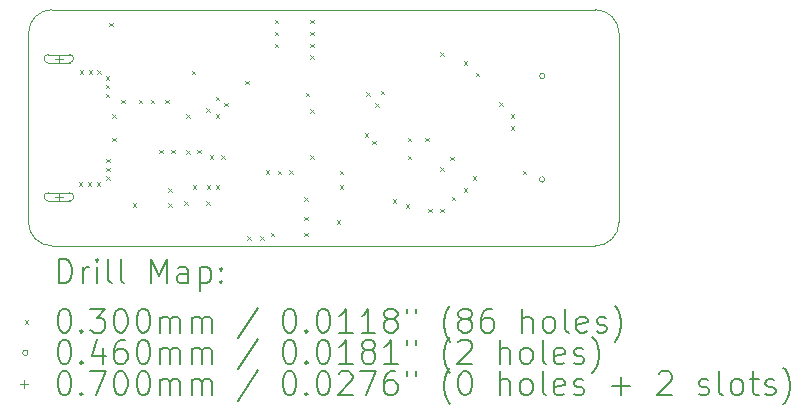
<source format=gbr>
%TF.GenerationSoftware,KiCad,Pcbnew,9.0.0*%
%TF.CreationDate,2025-04-06T23:20:58+02:00*%
%TF.ProjectId,RF-to-USB,52462d74-6f2d-4555-9342-2e6b69636164,rev?*%
%TF.SameCoordinates,Original*%
%TF.FileFunction,Drillmap*%
%TF.FilePolarity,Positive*%
%FSLAX45Y45*%
G04 Gerber Fmt 4.5, Leading zero omitted, Abs format (unit mm)*
G04 Created by KiCad (PCBNEW 9.0.0) date 2025-04-06 23:20:58*
%MOMM*%
%LPD*%
G01*
G04 APERTURE LIST*
%ADD10C,0.050000*%
%ADD11C,0.200000*%
%ADD12C,0.100000*%
G04 APERTURE END LIST*
D10*
X7750000Y-3850000D02*
X12350000Y-3850000D01*
X12350000Y-3850000D02*
G75*
G02*
X12550000Y-4050000I0J-200000D01*
G01*
X12550000Y-5650000D02*
G75*
G02*
X12350000Y-5850000I-200000J0D01*
G01*
X12350000Y-5850000D02*
X7750000Y-5850000D01*
X7550000Y-4050000D02*
G75*
G02*
X7750000Y-3850000I200000J0D01*
G01*
X7750000Y-5850000D02*
G75*
G02*
X7550000Y-5650000I0J200000D01*
G01*
X12550000Y-4050000D02*
X12550000Y-5650000D01*
X7550000Y-5650000D02*
X7550000Y-4050000D01*
D11*
D12*
X7977500Y-5312000D02*
X8007500Y-5342000D01*
X8007500Y-5312000D02*
X7977500Y-5342000D01*
X7984000Y-4362000D02*
X8014000Y-4392000D01*
X8014000Y-4362000D02*
X7984000Y-4392000D01*
X8052500Y-5312000D02*
X8082500Y-5342000D01*
X8082500Y-5312000D02*
X8052500Y-5342000D01*
X8059000Y-4362000D02*
X8089000Y-4392000D01*
X8089000Y-4362000D02*
X8059000Y-4392000D01*
X8127500Y-5312000D02*
X8157500Y-5342000D01*
X8157500Y-5312000D02*
X8127500Y-5342000D01*
X8134000Y-4362000D02*
X8164000Y-4392000D01*
X8164000Y-4362000D02*
X8134000Y-4392000D01*
X8202500Y-4412000D02*
X8232500Y-4442000D01*
X8232500Y-4412000D02*
X8202500Y-4442000D01*
X8202500Y-4487000D02*
X8232500Y-4517000D01*
X8232500Y-4487000D02*
X8202500Y-4517000D01*
X8202500Y-4562000D02*
X8232500Y-4592000D01*
X8232500Y-4562000D02*
X8202500Y-4592000D01*
X8209000Y-5112000D02*
X8239000Y-5142000D01*
X8239000Y-5112000D02*
X8209000Y-5142000D01*
X8209000Y-5187000D02*
X8239000Y-5217000D01*
X8239000Y-5187000D02*
X8209000Y-5217000D01*
X8209000Y-5262000D02*
X8239000Y-5292000D01*
X8239000Y-5262000D02*
X8209000Y-5292000D01*
X8234000Y-3962000D02*
X8264000Y-3992000D01*
X8264000Y-3962000D02*
X8234000Y-3992000D01*
X8260000Y-4735000D02*
X8290000Y-4765000D01*
X8290000Y-4735000D02*
X8260000Y-4765000D01*
X8260000Y-4935000D02*
X8290000Y-4965000D01*
X8290000Y-4935000D02*
X8260000Y-4965000D01*
X8334000Y-4612000D02*
X8364000Y-4642000D01*
X8364000Y-4612000D02*
X8334000Y-4642000D01*
X8434000Y-5487000D02*
X8464000Y-5517000D01*
X8464000Y-5487000D02*
X8434000Y-5517000D01*
X8484000Y-4612000D02*
X8514000Y-4642000D01*
X8514000Y-4612000D02*
X8484000Y-4642000D01*
X8584000Y-4612000D02*
X8614000Y-4642000D01*
X8614000Y-4612000D02*
X8584000Y-4642000D01*
X8659000Y-5037000D02*
X8689000Y-5067000D01*
X8689000Y-5037000D02*
X8659000Y-5067000D01*
X8709000Y-4612000D02*
X8739000Y-4642000D01*
X8739000Y-4612000D02*
X8709000Y-4642000D01*
X8734000Y-5362000D02*
X8764000Y-5392000D01*
X8764000Y-5362000D02*
X8734000Y-5392000D01*
X8734000Y-5487000D02*
X8764000Y-5517000D01*
X8764000Y-5487000D02*
X8734000Y-5517000D01*
X8759000Y-5037000D02*
X8789000Y-5067000D01*
X8789000Y-5037000D02*
X8759000Y-5067000D01*
X8868250Y-5471250D02*
X8898250Y-5501250D01*
X8898250Y-5471250D02*
X8868250Y-5501250D01*
X8884000Y-4737000D02*
X8914000Y-4767000D01*
X8914000Y-4737000D02*
X8884000Y-4767000D01*
X8884000Y-5038210D02*
X8914000Y-5068210D01*
X8914000Y-5038210D02*
X8884000Y-5068210D01*
X8934000Y-4367000D02*
X8964000Y-4397000D01*
X8964000Y-4367000D02*
X8934000Y-4397000D01*
X8940000Y-5337000D02*
X8970000Y-5367000D01*
X8970000Y-5337000D02*
X8940000Y-5367000D01*
X8980000Y-5037000D02*
X9010000Y-5067000D01*
X9010000Y-5037000D02*
X8980000Y-5067000D01*
X9054000Y-5471250D02*
X9084000Y-5501250D01*
X9084000Y-5471250D02*
X9054000Y-5501250D01*
X9055668Y-4683668D02*
X9085668Y-4713668D01*
X9085668Y-4683668D02*
X9055668Y-4713668D01*
X9059000Y-5337000D02*
X9089000Y-5367000D01*
X9089000Y-5337000D02*
X9059000Y-5367000D01*
X9084000Y-5081100D02*
X9114000Y-5111100D01*
X9114000Y-5081100D02*
X9084000Y-5111100D01*
X9134000Y-4587000D02*
X9164000Y-4617000D01*
X9164000Y-4587000D02*
X9134000Y-4617000D01*
X9134000Y-4737000D02*
X9164000Y-4767000D01*
X9164000Y-4737000D02*
X9134000Y-4767000D01*
X9134000Y-5337000D02*
X9164000Y-5367000D01*
X9164000Y-5337000D02*
X9134000Y-5367000D01*
X9184000Y-5081100D02*
X9214000Y-5111100D01*
X9214000Y-5081100D02*
X9184000Y-5111100D01*
X9209000Y-4637000D02*
X9239000Y-4667000D01*
X9239000Y-4637000D02*
X9209000Y-4667000D01*
X9384000Y-4453059D02*
X9414000Y-4483059D01*
X9414000Y-4453059D02*
X9384000Y-4483059D01*
X9404000Y-5770000D02*
X9434000Y-5800000D01*
X9434000Y-5770000D02*
X9404000Y-5800000D01*
X9514000Y-5767000D02*
X9544000Y-5797000D01*
X9544000Y-5767000D02*
X9514000Y-5797000D01*
X9560000Y-5210000D02*
X9590000Y-5240000D01*
X9590000Y-5210000D02*
X9560000Y-5240000D01*
X9602500Y-5737000D02*
X9632500Y-5767000D01*
X9632500Y-5737000D02*
X9602500Y-5767000D01*
X9634000Y-3937000D02*
X9664000Y-3967000D01*
X9664000Y-3937000D02*
X9634000Y-3967000D01*
X9634000Y-4037000D02*
X9664000Y-4067000D01*
X9664000Y-4037000D02*
X9634000Y-4067000D01*
X9634000Y-4137000D02*
X9664000Y-4167000D01*
X9664000Y-4137000D02*
X9634000Y-4167000D01*
X9659000Y-5212000D02*
X9689000Y-5242000D01*
X9689000Y-5212000D02*
X9659000Y-5242000D01*
X9760000Y-5210000D02*
X9790000Y-5240000D01*
X9790000Y-5210000D02*
X9760000Y-5240000D01*
X9884000Y-5437000D02*
X9914000Y-5467000D01*
X9914000Y-5437000D02*
X9884000Y-5467000D01*
X9884000Y-5604000D02*
X9914000Y-5634000D01*
X9914000Y-5604000D02*
X9884000Y-5634000D01*
X9884000Y-5737000D02*
X9914000Y-5767000D01*
X9914000Y-5737000D02*
X9884000Y-5767000D01*
X9898756Y-4553219D02*
X9928756Y-4583219D01*
X9928756Y-4553219D02*
X9898756Y-4583219D01*
X9934000Y-3937000D02*
X9964000Y-3967000D01*
X9964000Y-3937000D02*
X9934000Y-3967000D01*
X9934000Y-4037000D02*
X9964000Y-4067000D01*
X9964000Y-4037000D02*
X9934000Y-4067000D01*
X9934000Y-4237000D02*
X9964000Y-4267000D01*
X9964000Y-4237000D02*
X9934000Y-4267000D01*
X9934000Y-4691000D02*
X9964000Y-4721000D01*
X9964000Y-4691000D02*
X9934000Y-4721000D01*
X9936419Y-4137000D02*
X9966419Y-4167000D01*
X9966419Y-4137000D02*
X9936419Y-4167000D01*
X9937130Y-5084711D02*
X9967130Y-5114711D01*
X9967130Y-5084711D02*
X9937130Y-5114711D01*
X10159000Y-5635000D02*
X10189000Y-5665000D01*
X10189000Y-5635000D02*
X10159000Y-5665000D01*
X10184000Y-5212000D02*
X10214000Y-5242000D01*
X10214000Y-5212000D02*
X10184000Y-5242000D01*
X10184000Y-5337000D02*
X10214000Y-5367000D01*
X10214000Y-5337000D02*
X10184000Y-5367000D01*
X10396290Y-4896431D02*
X10426290Y-4926431D01*
X10426290Y-4896431D02*
X10396290Y-4926431D01*
X10409000Y-4547000D02*
X10439000Y-4577000D01*
X10439000Y-4547000D02*
X10409000Y-4577000D01*
X10460000Y-4960000D02*
X10490000Y-4990000D01*
X10490000Y-4960000D02*
X10460000Y-4990000D01*
X10485263Y-4641000D02*
X10515263Y-4671000D01*
X10515263Y-4641000D02*
X10485263Y-4671000D01*
X10534000Y-4537000D02*
X10564000Y-4567000D01*
X10564000Y-4537000D02*
X10534000Y-4567000D01*
X10634000Y-5457000D02*
X10664000Y-5487000D01*
X10664000Y-5457000D02*
X10634000Y-5487000D01*
X10744000Y-5497000D02*
X10774000Y-5527000D01*
X10774000Y-5497000D02*
X10744000Y-5527000D01*
X10760000Y-4935000D02*
X10790000Y-4965000D01*
X10790000Y-4935000D02*
X10760000Y-4965000D01*
X10760000Y-5085000D02*
X10790000Y-5115000D01*
X10790000Y-5085000D02*
X10760000Y-5115000D01*
X10910000Y-4935000D02*
X10940000Y-4965000D01*
X10940000Y-4935000D02*
X10910000Y-4965000D01*
X10933000Y-5535000D02*
X10963000Y-5565000D01*
X10963000Y-5535000D02*
X10933000Y-5565000D01*
X11035000Y-4210000D02*
X11065000Y-4240000D01*
X11065000Y-4210000D02*
X11035000Y-4240000D01*
X11035000Y-5185000D02*
X11065000Y-5215000D01*
X11065000Y-5185000D02*
X11035000Y-5215000D01*
X11035000Y-5535000D02*
X11065000Y-5565000D01*
X11065000Y-5535000D02*
X11035000Y-5565000D01*
X11120112Y-5095241D02*
X11150112Y-5125241D01*
X11150112Y-5095241D02*
X11120112Y-5125241D01*
X11135000Y-5435000D02*
X11165000Y-5465000D01*
X11165000Y-5435000D02*
X11135000Y-5465000D01*
X11235000Y-4285000D02*
X11265000Y-4315000D01*
X11265000Y-4285000D02*
X11235000Y-4315000D01*
X11235000Y-5360000D02*
X11265000Y-5390000D01*
X11265000Y-5360000D02*
X11235000Y-5390000D01*
X11310000Y-5260000D02*
X11340000Y-5290000D01*
X11340000Y-5260000D02*
X11310000Y-5290000D01*
X11335000Y-4385000D02*
X11365000Y-4415000D01*
X11365000Y-4385000D02*
X11335000Y-4415000D01*
X11535000Y-4635000D02*
X11565000Y-4665000D01*
X11565000Y-4635000D02*
X11535000Y-4665000D01*
X11635000Y-4735000D02*
X11665000Y-4765000D01*
X11665000Y-4735000D02*
X11635000Y-4765000D01*
X11635000Y-4835000D02*
X11665000Y-4865000D01*
X11665000Y-4835000D02*
X11635000Y-4865000D01*
X11734000Y-5212000D02*
X11764000Y-5242000D01*
X11764000Y-5212000D02*
X11734000Y-5242000D01*
X11922000Y-4412000D02*
G75*
G02*
X11876000Y-4412000I-23000J0D01*
G01*
X11876000Y-4412000D02*
G75*
G02*
X11922000Y-4412000I23000J0D01*
G01*
X11922000Y-5288000D02*
G75*
G02*
X11876000Y-5288000I-23000J0D01*
G01*
X11876000Y-5288000D02*
G75*
G02*
X11922000Y-5288000I23000J0D01*
G01*
X7807500Y-4230000D02*
X7807500Y-4300000D01*
X7772500Y-4265000D02*
X7842500Y-4265000D01*
X7897500Y-4230000D02*
X7717500Y-4230000D01*
X7717500Y-4300000D02*
G75*
G02*
X7717500Y-4230000I0J35000D01*
G01*
X7717500Y-4300000D02*
X7897500Y-4300000D01*
X7897500Y-4300000D02*
G75*
G03*
X7897500Y-4230000I0J35000D01*
G01*
X7807500Y-5400000D02*
X7807500Y-5470000D01*
X7772500Y-5435000D02*
X7842500Y-5435000D01*
X7897500Y-5400000D02*
X7717500Y-5400000D01*
X7717500Y-5470000D02*
G75*
G02*
X7717500Y-5400000I0J35000D01*
G01*
X7717500Y-5470000D02*
X7897500Y-5470000D01*
X7897500Y-5470000D02*
G75*
G03*
X7897500Y-5400000I0J35000D01*
G01*
D11*
X7808277Y-6163984D02*
X7808277Y-5963984D01*
X7808277Y-5963984D02*
X7855896Y-5963984D01*
X7855896Y-5963984D02*
X7884467Y-5973508D01*
X7884467Y-5973508D02*
X7903515Y-5992555D01*
X7903515Y-5992555D02*
X7913039Y-6011603D01*
X7913039Y-6011603D02*
X7922562Y-6049698D01*
X7922562Y-6049698D02*
X7922562Y-6078269D01*
X7922562Y-6078269D02*
X7913039Y-6116365D01*
X7913039Y-6116365D02*
X7903515Y-6135412D01*
X7903515Y-6135412D02*
X7884467Y-6154460D01*
X7884467Y-6154460D02*
X7855896Y-6163984D01*
X7855896Y-6163984D02*
X7808277Y-6163984D01*
X8008277Y-6163984D02*
X8008277Y-6030650D01*
X8008277Y-6068746D02*
X8017801Y-6049698D01*
X8017801Y-6049698D02*
X8027324Y-6040174D01*
X8027324Y-6040174D02*
X8046372Y-6030650D01*
X8046372Y-6030650D02*
X8065420Y-6030650D01*
X8132086Y-6163984D02*
X8132086Y-6030650D01*
X8132086Y-5963984D02*
X8122562Y-5973508D01*
X8122562Y-5973508D02*
X8132086Y-5983031D01*
X8132086Y-5983031D02*
X8141610Y-5973508D01*
X8141610Y-5973508D02*
X8132086Y-5963984D01*
X8132086Y-5963984D02*
X8132086Y-5983031D01*
X8255896Y-6163984D02*
X8236848Y-6154460D01*
X8236848Y-6154460D02*
X8227324Y-6135412D01*
X8227324Y-6135412D02*
X8227324Y-5963984D01*
X8360658Y-6163984D02*
X8341610Y-6154460D01*
X8341610Y-6154460D02*
X8332086Y-6135412D01*
X8332086Y-6135412D02*
X8332086Y-5963984D01*
X8589229Y-6163984D02*
X8589229Y-5963984D01*
X8589229Y-5963984D02*
X8655896Y-6106841D01*
X8655896Y-6106841D02*
X8722563Y-5963984D01*
X8722563Y-5963984D02*
X8722563Y-6163984D01*
X8903515Y-6163984D02*
X8903515Y-6059222D01*
X8903515Y-6059222D02*
X8893991Y-6040174D01*
X8893991Y-6040174D02*
X8874944Y-6030650D01*
X8874944Y-6030650D02*
X8836848Y-6030650D01*
X8836848Y-6030650D02*
X8817801Y-6040174D01*
X8903515Y-6154460D02*
X8884467Y-6163984D01*
X8884467Y-6163984D02*
X8836848Y-6163984D01*
X8836848Y-6163984D02*
X8817801Y-6154460D01*
X8817801Y-6154460D02*
X8808277Y-6135412D01*
X8808277Y-6135412D02*
X8808277Y-6116365D01*
X8808277Y-6116365D02*
X8817801Y-6097317D01*
X8817801Y-6097317D02*
X8836848Y-6087793D01*
X8836848Y-6087793D02*
X8884467Y-6087793D01*
X8884467Y-6087793D02*
X8903515Y-6078269D01*
X8998753Y-6030650D02*
X8998753Y-6230650D01*
X8998753Y-6040174D02*
X9017801Y-6030650D01*
X9017801Y-6030650D02*
X9055896Y-6030650D01*
X9055896Y-6030650D02*
X9074944Y-6040174D01*
X9074944Y-6040174D02*
X9084467Y-6049698D01*
X9084467Y-6049698D02*
X9093991Y-6068746D01*
X9093991Y-6068746D02*
X9093991Y-6125888D01*
X9093991Y-6125888D02*
X9084467Y-6144936D01*
X9084467Y-6144936D02*
X9074944Y-6154460D01*
X9074944Y-6154460D02*
X9055896Y-6163984D01*
X9055896Y-6163984D02*
X9017801Y-6163984D01*
X9017801Y-6163984D02*
X8998753Y-6154460D01*
X9179705Y-6144936D02*
X9189229Y-6154460D01*
X9189229Y-6154460D02*
X9179705Y-6163984D01*
X9179705Y-6163984D02*
X9170182Y-6154460D01*
X9170182Y-6154460D02*
X9179705Y-6144936D01*
X9179705Y-6144936D02*
X9179705Y-6163984D01*
X9179705Y-6040174D02*
X9189229Y-6049698D01*
X9189229Y-6049698D02*
X9179705Y-6059222D01*
X9179705Y-6059222D02*
X9170182Y-6049698D01*
X9170182Y-6049698D02*
X9179705Y-6040174D01*
X9179705Y-6040174D02*
X9179705Y-6059222D01*
D12*
X7517500Y-6477500D02*
X7547500Y-6507500D01*
X7547500Y-6477500D02*
X7517500Y-6507500D01*
D11*
X7846372Y-6383984D02*
X7865420Y-6383984D01*
X7865420Y-6383984D02*
X7884467Y-6393508D01*
X7884467Y-6393508D02*
X7893991Y-6403031D01*
X7893991Y-6403031D02*
X7903515Y-6422079D01*
X7903515Y-6422079D02*
X7913039Y-6460174D01*
X7913039Y-6460174D02*
X7913039Y-6507793D01*
X7913039Y-6507793D02*
X7903515Y-6545888D01*
X7903515Y-6545888D02*
X7893991Y-6564936D01*
X7893991Y-6564936D02*
X7884467Y-6574460D01*
X7884467Y-6574460D02*
X7865420Y-6583984D01*
X7865420Y-6583984D02*
X7846372Y-6583984D01*
X7846372Y-6583984D02*
X7827324Y-6574460D01*
X7827324Y-6574460D02*
X7817801Y-6564936D01*
X7817801Y-6564936D02*
X7808277Y-6545888D01*
X7808277Y-6545888D02*
X7798753Y-6507793D01*
X7798753Y-6507793D02*
X7798753Y-6460174D01*
X7798753Y-6460174D02*
X7808277Y-6422079D01*
X7808277Y-6422079D02*
X7817801Y-6403031D01*
X7817801Y-6403031D02*
X7827324Y-6393508D01*
X7827324Y-6393508D02*
X7846372Y-6383984D01*
X7998753Y-6564936D02*
X8008277Y-6574460D01*
X8008277Y-6574460D02*
X7998753Y-6583984D01*
X7998753Y-6583984D02*
X7989229Y-6574460D01*
X7989229Y-6574460D02*
X7998753Y-6564936D01*
X7998753Y-6564936D02*
X7998753Y-6583984D01*
X8074943Y-6383984D02*
X8198753Y-6383984D01*
X8198753Y-6383984D02*
X8132086Y-6460174D01*
X8132086Y-6460174D02*
X8160658Y-6460174D01*
X8160658Y-6460174D02*
X8179705Y-6469698D01*
X8179705Y-6469698D02*
X8189229Y-6479222D01*
X8189229Y-6479222D02*
X8198753Y-6498269D01*
X8198753Y-6498269D02*
X8198753Y-6545888D01*
X8198753Y-6545888D02*
X8189229Y-6564936D01*
X8189229Y-6564936D02*
X8179705Y-6574460D01*
X8179705Y-6574460D02*
X8160658Y-6583984D01*
X8160658Y-6583984D02*
X8103515Y-6583984D01*
X8103515Y-6583984D02*
X8084467Y-6574460D01*
X8084467Y-6574460D02*
X8074943Y-6564936D01*
X8322562Y-6383984D02*
X8341610Y-6383984D01*
X8341610Y-6383984D02*
X8360658Y-6393508D01*
X8360658Y-6393508D02*
X8370182Y-6403031D01*
X8370182Y-6403031D02*
X8379705Y-6422079D01*
X8379705Y-6422079D02*
X8389229Y-6460174D01*
X8389229Y-6460174D02*
X8389229Y-6507793D01*
X8389229Y-6507793D02*
X8379705Y-6545888D01*
X8379705Y-6545888D02*
X8370182Y-6564936D01*
X8370182Y-6564936D02*
X8360658Y-6574460D01*
X8360658Y-6574460D02*
X8341610Y-6583984D01*
X8341610Y-6583984D02*
X8322562Y-6583984D01*
X8322562Y-6583984D02*
X8303515Y-6574460D01*
X8303515Y-6574460D02*
X8293991Y-6564936D01*
X8293991Y-6564936D02*
X8284467Y-6545888D01*
X8284467Y-6545888D02*
X8274943Y-6507793D01*
X8274943Y-6507793D02*
X8274943Y-6460174D01*
X8274943Y-6460174D02*
X8284467Y-6422079D01*
X8284467Y-6422079D02*
X8293991Y-6403031D01*
X8293991Y-6403031D02*
X8303515Y-6393508D01*
X8303515Y-6393508D02*
X8322562Y-6383984D01*
X8513039Y-6383984D02*
X8532086Y-6383984D01*
X8532086Y-6383984D02*
X8551134Y-6393508D01*
X8551134Y-6393508D02*
X8560658Y-6403031D01*
X8560658Y-6403031D02*
X8570182Y-6422079D01*
X8570182Y-6422079D02*
X8579705Y-6460174D01*
X8579705Y-6460174D02*
X8579705Y-6507793D01*
X8579705Y-6507793D02*
X8570182Y-6545888D01*
X8570182Y-6545888D02*
X8560658Y-6564936D01*
X8560658Y-6564936D02*
X8551134Y-6574460D01*
X8551134Y-6574460D02*
X8532086Y-6583984D01*
X8532086Y-6583984D02*
X8513039Y-6583984D01*
X8513039Y-6583984D02*
X8493991Y-6574460D01*
X8493991Y-6574460D02*
X8484467Y-6564936D01*
X8484467Y-6564936D02*
X8474944Y-6545888D01*
X8474944Y-6545888D02*
X8465420Y-6507793D01*
X8465420Y-6507793D02*
X8465420Y-6460174D01*
X8465420Y-6460174D02*
X8474944Y-6422079D01*
X8474944Y-6422079D02*
X8484467Y-6403031D01*
X8484467Y-6403031D02*
X8493991Y-6393508D01*
X8493991Y-6393508D02*
X8513039Y-6383984D01*
X8665420Y-6583984D02*
X8665420Y-6450650D01*
X8665420Y-6469698D02*
X8674944Y-6460174D01*
X8674944Y-6460174D02*
X8693991Y-6450650D01*
X8693991Y-6450650D02*
X8722563Y-6450650D01*
X8722563Y-6450650D02*
X8741610Y-6460174D01*
X8741610Y-6460174D02*
X8751134Y-6479222D01*
X8751134Y-6479222D02*
X8751134Y-6583984D01*
X8751134Y-6479222D02*
X8760658Y-6460174D01*
X8760658Y-6460174D02*
X8779705Y-6450650D01*
X8779705Y-6450650D02*
X8808277Y-6450650D01*
X8808277Y-6450650D02*
X8827325Y-6460174D01*
X8827325Y-6460174D02*
X8836848Y-6479222D01*
X8836848Y-6479222D02*
X8836848Y-6583984D01*
X8932086Y-6583984D02*
X8932086Y-6450650D01*
X8932086Y-6469698D02*
X8941610Y-6460174D01*
X8941610Y-6460174D02*
X8960658Y-6450650D01*
X8960658Y-6450650D02*
X8989229Y-6450650D01*
X8989229Y-6450650D02*
X9008277Y-6460174D01*
X9008277Y-6460174D02*
X9017801Y-6479222D01*
X9017801Y-6479222D02*
X9017801Y-6583984D01*
X9017801Y-6479222D02*
X9027325Y-6460174D01*
X9027325Y-6460174D02*
X9046372Y-6450650D01*
X9046372Y-6450650D02*
X9074944Y-6450650D01*
X9074944Y-6450650D02*
X9093991Y-6460174D01*
X9093991Y-6460174D02*
X9103515Y-6479222D01*
X9103515Y-6479222D02*
X9103515Y-6583984D01*
X9493991Y-6374460D02*
X9322563Y-6631603D01*
X9751134Y-6383984D02*
X9770182Y-6383984D01*
X9770182Y-6383984D02*
X9789229Y-6393508D01*
X9789229Y-6393508D02*
X9798753Y-6403031D01*
X9798753Y-6403031D02*
X9808277Y-6422079D01*
X9808277Y-6422079D02*
X9817801Y-6460174D01*
X9817801Y-6460174D02*
X9817801Y-6507793D01*
X9817801Y-6507793D02*
X9808277Y-6545888D01*
X9808277Y-6545888D02*
X9798753Y-6564936D01*
X9798753Y-6564936D02*
X9789229Y-6574460D01*
X9789229Y-6574460D02*
X9770182Y-6583984D01*
X9770182Y-6583984D02*
X9751134Y-6583984D01*
X9751134Y-6583984D02*
X9732087Y-6574460D01*
X9732087Y-6574460D02*
X9722563Y-6564936D01*
X9722563Y-6564936D02*
X9713039Y-6545888D01*
X9713039Y-6545888D02*
X9703515Y-6507793D01*
X9703515Y-6507793D02*
X9703515Y-6460174D01*
X9703515Y-6460174D02*
X9713039Y-6422079D01*
X9713039Y-6422079D02*
X9722563Y-6403031D01*
X9722563Y-6403031D02*
X9732087Y-6393508D01*
X9732087Y-6393508D02*
X9751134Y-6383984D01*
X9903515Y-6564936D02*
X9913039Y-6574460D01*
X9913039Y-6574460D02*
X9903515Y-6583984D01*
X9903515Y-6583984D02*
X9893991Y-6574460D01*
X9893991Y-6574460D02*
X9903515Y-6564936D01*
X9903515Y-6564936D02*
X9903515Y-6583984D01*
X10036848Y-6383984D02*
X10055896Y-6383984D01*
X10055896Y-6383984D02*
X10074944Y-6393508D01*
X10074944Y-6393508D02*
X10084468Y-6403031D01*
X10084468Y-6403031D02*
X10093991Y-6422079D01*
X10093991Y-6422079D02*
X10103515Y-6460174D01*
X10103515Y-6460174D02*
X10103515Y-6507793D01*
X10103515Y-6507793D02*
X10093991Y-6545888D01*
X10093991Y-6545888D02*
X10084468Y-6564936D01*
X10084468Y-6564936D02*
X10074944Y-6574460D01*
X10074944Y-6574460D02*
X10055896Y-6583984D01*
X10055896Y-6583984D02*
X10036848Y-6583984D01*
X10036848Y-6583984D02*
X10017801Y-6574460D01*
X10017801Y-6574460D02*
X10008277Y-6564936D01*
X10008277Y-6564936D02*
X9998753Y-6545888D01*
X9998753Y-6545888D02*
X9989229Y-6507793D01*
X9989229Y-6507793D02*
X9989229Y-6460174D01*
X9989229Y-6460174D02*
X9998753Y-6422079D01*
X9998753Y-6422079D02*
X10008277Y-6403031D01*
X10008277Y-6403031D02*
X10017801Y-6393508D01*
X10017801Y-6393508D02*
X10036848Y-6383984D01*
X10293991Y-6583984D02*
X10179706Y-6583984D01*
X10236848Y-6583984D02*
X10236848Y-6383984D01*
X10236848Y-6383984D02*
X10217801Y-6412555D01*
X10217801Y-6412555D02*
X10198753Y-6431603D01*
X10198753Y-6431603D02*
X10179706Y-6441127D01*
X10484468Y-6583984D02*
X10370182Y-6583984D01*
X10427325Y-6583984D02*
X10427325Y-6383984D01*
X10427325Y-6383984D02*
X10408277Y-6412555D01*
X10408277Y-6412555D02*
X10389229Y-6431603D01*
X10389229Y-6431603D02*
X10370182Y-6441127D01*
X10598753Y-6469698D02*
X10579706Y-6460174D01*
X10579706Y-6460174D02*
X10570182Y-6450650D01*
X10570182Y-6450650D02*
X10560658Y-6431603D01*
X10560658Y-6431603D02*
X10560658Y-6422079D01*
X10560658Y-6422079D02*
X10570182Y-6403031D01*
X10570182Y-6403031D02*
X10579706Y-6393508D01*
X10579706Y-6393508D02*
X10598753Y-6383984D01*
X10598753Y-6383984D02*
X10636849Y-6383984D01*
X10636849Y-6383984D02*
X10655896Y-6393508D01*
X10655896Y-6393508D02*
X10665420Y-6403031D01*
X10665420Y-6403031D02*
X10674944Y-6422079D01*
X10674944Y-6422079D02*
X10674944Y-6431603D01*
X10674944Y-6431603D02*
X10665420Y-6450650D01*
X10665420Y-6450650D02*
X10655896Y-6460174D01*
X10655896Y-6460174D02*
X10636849Y-6469698D01*
X10636849Y-6469698D02*
X10598753Y-6469698D01*
X10598753Y-6469698D02*
X10579706Y-6479222D01*
X10579706Y-6479222D02*
X10570182Y-6488746D01*
X10570182Y-6488746D02*
X10560658Y-6507793D01*
X10560658Y-6507793D02*
X10560658Y-6545888D01*
X10560658Y-6545888D02*
X10570182Y-6564936D01*
X10570182Y-6564936D02*
X10579706Y-6574460D01*
X10579706Y-6574460D02*
X10598753Y-6583984D01*
X10598753Y-6583984D02*
X10636849Y-6583984D01*
X10636849Y-6583984D02*
X10655896Y-6574460D01*
X10655896Y-6574460D02*
X10665420Y-6564936D01*
X10665420Y-6564936D02*
X10674944Y-6545888D01*
X10674944Y-6545888D02*
X10674944Y-6507793D01*
X10674944Y-6507793D02*
X10665420Y-6488746D01*
X10665420Y-6488746D02*
X10655896Y-6479222D01*
X10655896Y-6479222D02*
X10636849Y-6469698D01*
X10751134Y-6383984D02*
X10751134Y-6422079D01*
X10827325Y-6383984D02*
X10827325Y-6422079D01*
X11122563Y-6660174D02*
X11113039Y-6650650D01*
X11113039Y-6650650D02*
X11093991Y-6622079D01*
X11093991Y-6622079D02*
X11084468Y-6603031D01*
X11084468Y-6603031D02*
X11074944Y-6574460D01*
X11074944Y-6574460D02*
X11065420Y-6526841D01*
X11065420Y-6526841D02*
X11065420Y-6488746D01*
X11065420Y-6488746D02*
X11074944Y-6441127D01*
X11074944Y-6441127D02*
X11084468Y-6412555D01*
X11084468Y-6412555D02*
X11093991Y-6393508D01*
X11093991Y-6393508D02*
X11113039Y-6364936D01*
X11113039Y-6364936D02*
X11122563Y-6355412D01*
X11227325Y-6469698D02*
X11208277Y-6460174D01*
X11208277Y-6460174D02*
X11198753Y-6450650D01*
X11198753Y-6450650D02*
X11189229Y-6431603D01*
X11189229Y-6431603D02*
X11189229Y-6422079D01*
X11189229Y-6422079D02*
X11198753Y-6403031D01*
X11198753Y-6403031D02*
X11208277Y-6393508D01*
X11208277Y-6393508D02*
X11227325Y-6383984D01*
X11227325Y-6383984D02*
X11265420Y-6383984D01*
X11265420Y-6383984D02*
X11284468Y-6393508D01*
X11284468Y-6393508D02*
X11293991Y-6403031D01*
X11293991Y-6403031D02*
X11303515Y-6422079D01*
X11303515Y-6422079D02*
X11303515Y-6431603D01*
X11303515Y-6431603D02*
X11293991Y-6450650D01*
X11293991Y-6450650D02*
X11284468Y-6460174D01*
X11284468Y-6460174D02*
X11265420Y-6469698D01*
X11265420Y-6469698D02*
X11227325Y-6469698D01*
X11227325Y-6469698D02*
X11208277Y-6479222D01*
X11208277Y-6479222D02*
X11198753Y-6488746D01*
X11198753Y-6488746D02*
X11189229Y-6507793D01*
X11189229Y-6507793D02*
X11189229Y-6545888D01*
X11189229Y-6545888D02*
X11198753Y-6564936D01*
X11198753Y-6564936D02*
X11208277Y-6574460D01*
X11208277Y-6574460D02*
X11227325Y-6583984D01*
X11227325Y-6583984D02*
X11265420Y-6583984D01*
X11265420Y-6583984D02*
X11284468Y-6574460D01*
X11284468Y-6574460D02*
X11293991Y-6564936D01*
X11293991Y-6564936D02*
X11303515Y-6545888D01*
X11303515Y-6545888D02*
X11303515Y-6507793D01*
X11303515Y-6507793D02*
X11293991Y-6488746D01*
X11293991Y-6488746D02*
X11284468Y-6479222D01*
X11284468Y-6479222D02*
X11265420Y-6469698D01*
X11474944Y-6383984D02*
X11436848Y-6383984D01*
X11436848Y-6383984D02*
X11417801Y-6393508D01*
X11417801Y-6393508D02*
X11408277Y-6403031D01*
X11408277Y-6403031D02*
X11389229Y-6431603D01*
X11389229Y-6431603D02*
X11379706Y-6469698D01*
X11379706Y-6469698D02*
X11379706Y-6545888D01*
X11379706Y-6545888D02*
X11389229Y-6564936D01*
X11389229Y-6564936D02*
X11398753Y-6574460D01*
X11398753Y-6574460D02*
X11417801Y-6583984D01*
X11417801Y-6583984D02*
X11455896Y-6583984D01*
X11455896Y-6583984D02*
X11474944Y-6574460D01*
X11474944Y-6574460D02*
X11484468Y-6564936D01*
X11484468Y-6564936D02*
X11493991Y-6545888D01*
X11493991Y-6545888D02*
X11493991Y-6498269D01*
X11493991Y-6498269D02*
X11484468Y-6479222D01*
X11484468Y-6479222D02*
X11474944Y-6469698D01*
X11474944Y-6469698D02*
X11455896Y-6460174D01*
X11455896Y-6460174D02*
X11417801Y-6460174D01*
X11417801Y-6460174D02*
X11398753Y-6469698D01*
X11398753Y-6469698D02*
X11389229Y-6479222D01*
X11389229Y-6479222D02*
X11379706Y-6498269D01*
X11732087Y-6583984D02*
X11732087Y-6383984D01*
X11817801Y-6583984D02*
X11817801Y-6479222D01*
X11817801Y-6479222D02*
X11808277Y-6460174D01*
X11808277Y-6460174D02*
X11789230Y-6450650D01*
X11789230Y-6450650D02*
X11760658Y-6450650D01*
X11760658Y-6450650D02*
X11741610Y-6460174D01*
X11741610Y-6460174D02*
X11732087Y-6469698D01*
X11941610Y-6583984D02*
X11922563Y-6574460D01*
X11922563Y-6574460D02*
X11913039Y-6564936D01*
X11913039Y-6564936D02*
X11903515Y-6545888D01*
X11903515Y-6545888D02*
X11903515Y-6488746D01*
X11903515Y-6488746D02*
X11913039Y-6469698D01*
X11913039Y-6469698D02*
X11922563Y-6460174D01*
X11922563Y-6460174D02*
X11941610Y-6450650D01*
X11941610Y-6450650D02*
X11970182Y-6450650D01*
X11970182Y-6450650D02*
X11989230Y-6460174D01*
X11989230Y-6460174D02*
X11998753Y-6469698D01*
X11998753Y-6469698D02*
X12008277Y-6488746D01*
X12008277Y-6488746D02*
X12008277Y-6545888D01*
X12008277Y-6545888D02*
X11998753Y-6564936D01*
X11998753Y-6564936D02*
X11989230Y-6574460D01*
X11989230Y-6574460D02*
X11970182Y-6583984D01*
X11970182Y-6583984D02*
X11941610Y-6583984D01*
X12122563Y-6583984D02*
X12103515Y-6574460D01*
X12103515Y-6574460D02*
X12093991Y-6555412D01*
X12093991Y-6555412D02*
X12093991Y-6383984D01*
X12274944Y-6574460D02*
X12255896Y-6583984D01*
X12255896Y-6583984D02*
X12217801Y-6583984D01*
X12217801Y-6583984D02*
X12198753Y-6574460D01*
X12198753Y-6574460D02*
X12189230Y-6555412D01*
X12189230Y-6555412D02*
X12189230Y-6479222D01*
X12189230Y-6479222D02*
X12198753Y-6460174D01*
X12198753Y-6460174D02*
X12217801Y-6450650D01*
X12217801Y-6450650D02*
X12255896Y-6450650D01*
X12255896Y-6450650D02*
X12274944Y-6460174D01*
X12274944Y-6460174D02*
X12284468Y-6479222D01*
X12284468Y-6479222D02*
X12284468Y-6498269D01*
X12284468Y-6498269D02*
X12189230Y-6517317D01*
X12360658Y-6574460D02*
X12379706Y-6583984D01*
X12379706Y-6583984D02*
X12417801Y-6583984D01*
X12417801Y-6583984D02*
X12436849Y-6574460D01*
X12436849Y-6574460D02*
X12446372Y-6555412D01*
X12446372Y-6555412D02*
X12446372Y-6545888D01*
X12446372Y-6545888D02*
X12436849Y-6526841D01*
X12436849Y-6526841D02*
X12417801Y-6517317D01*
X12417801Y-6517317D02*
X12389230Y-6517317D01*
X12389230Y-6517317D02*
X12370182Y-6507793D01*
X12370182Y-6507793D02*
X12360658Y-6488746D01*
X12360658Y-6488746D02*
X12360658Y-6479222D01*
X12360658Y-6479222D02*
X12370182Y-6460174D01*
X12370182Y-6460174D02*
X12389230Y-6450650D01*
X12389230Y-6450650D02*
X12417801Y-6450650D01*
X12417801Y-6450650D02*
X12436849Y-6460174D01*
X12513039Y-6660174D02*
X12522563Y-6650650D01*
X12522563Y-6650650D02*
X12541611Y-6622079D01*
X12541611Y-6622079D02*
X12551134Y-6603031D01*
X12551134Y-6603031D02*
X12560658Y-6574460D01*
X12560658Y-6574460D02*
X12570182Y-6526841D01*
X12570182Y-6526841D02*
X12570182Y-6488746D01*
X12570182Y-6488746D02*
X12560658Y-6441127D01*
X12560658Y-6441127D02*
X12551134Y-6412555D01*
X12551134Y-6412555D02*
X12541611Y-6393508D01*
X12541611Y-6393508D02*
X12522563Y-6364936D01*
X12522563Y-6364936D02*
X12513039Y-6355412D01*
D12*
X7547500Y-6756500D02*
G75*
G02*
X7501500Y-6756500I-23000J0D01*
G01*
X7501500Y-6756500D02*
G75*
G02*
X7547500Y-6756500I23000J0D01*
G01*
D11*
X7846372Y-6647984D02*
X7865420Y-6647984D01*
X7865420Y-6647984D02*
X7884467Y-6657508D01*
X7884467Y-6657508D02*
X7893991Y-6667031D01*
X7893991Y-6667031D02*
X7903515Y-6686079D01*
X7903515Y-6686079D02*
X7913039Y-6724174D01*
X7913039Y-6724174D02*
X7913039Y-6771793D01*
X7913039Y-6771793D02*
X7903515Y-6809888D01*
X7903515Y-6809888D02*
X7893991Y-6828936D01*
X7893991Y-6828936D02*
X7884467Y-6838460D01*
X7884467Y-6838460D02*
X7865420Y-6847984D01*
X7865420Y-6847984D02*
X7846372Y-6847984D01*
X7846372Y-6847984D02*
X7827324Y-6838460D01*
X7827324Y-6838460D02*
X7817801Y-6828936D01*
X7817801Y-6828936D02*
X7808277Y-6809888D01*
X7808277Y-6809888D02*
X7798753Y-6771793D01*
X7798753Y-6771793D02*
X7798753Y-6724174D01*
X7798753Y-6724174D02*
X7808277Y-6686079D01*
X7808277Y-6686079D02*
X7817801Y-6667031D01*
X7817801Y-6667031D02*
X7827324Y-6657508D01*
X7827324Y-6657508D02*
X7846372Y-6647984D01*
X7998753Y-6828936D02*
X8008277Y-6838460D01*
X8008277Y-6838460D02*
X7998753Y-6847984D01*
X7998753Y-6847984D02*
X7989229Y-6838460D01*
X7989229Y-6838460D02*
X7998753Y-6828936D01*
X7998753Y-6828936D02*
X7998753Y-6847984D01*
X8179705Y-6714650D02*
X8179705Y-6847984D01*
X8132086Y-6638460D02*
X8084467Y-6781317D01*
X8084467Y-6781317D02*
X8208277Y-6781317D01*
X8370182Y-6647984D02*
X8332086Y-6647984D01*
X8332086Y-6647984D02*
X8313039Y-6657508D01*
X8313039Y-6657508D02*
X8303515Y-6667031D01*
X8303515Y-6667031D02*
X8284467Y-6695603D01*
X8284467Y-6695603D02*
X8274943Y-6733698D01*
X8274943Y-6733698D02*
X8274943Y-6809888D01*
X8274943Y-6809888D02*
X8284467Y-6828936D01*
X8284467Y-6828936D02*
X8293991Y-6838460D01*
X8293991Y-6838460D02*
X8313039Y-6847984D01*
X8313039Y-6847984D02*
X8351134Y-6847984D01*
X8351134Y-6847984D02*
X8370182Y-6838460D01*
X8370182Y-6838460D02*
X8379705Y-6828936D01*
X8379705Y-6828936D02*
X8389229Y-6809888D01*
X8389229Y-6809888D02*
X8389229Y-6762269D01*
X8389229Y-6762269D02*
X8379705Y-6743222D01*
X8379705Y-6743222D02*
X8370182Y-6733698D01*
X8370182Y-6733698D02*
X8351134Y-6724174D01*
X8351134Y-6724174D02*
X8313039Y-6724174D01*
X8313039Y-6724174D02*
X8293991Y-6733698D01*
X8293991Y-6733698D02*
X8284467Y-6743222D01*
X8284467Y-6743222D02*
X8274943Y-6762269D01*
X8513039Y-6647984D02*
X8532086Y-6647984D01*
X8532086Y-6647984D02*
X8551134Y-6657508D01*
X8551134Y-6657508D02*
X8560658Y-6667031D01*
X8560658Y-6667031D02*
X8570182Y-6686079D01*
X8570182Y-6686079D02*
X8579705Y-6724174D01*
X8579705Y-6724174D02*
X8579705Y-6771793D01*
X8579705Y-6771793D02*
X8570182Y-6809888D01*
X8570182Y-6809888D02*
X8560658Y-6828936D01*
X8560658Y-6828936D02*
X8551134Y-6838460D01*
X8551134Y-6838460D02*
X8532086Y-6847984D01*
X8532086Y-6847984D02*
X8513039Y-6847984D01*
X8513039Y-6847984D02*
X8493991Y-6838460D01*
X8493991Y-6838460D02*
X8484467Y-6828936D01*
X8484467Y-6828936D02*
X8474944Y-6809888D01*
X8474944Y-6809888D02*
X8465420Y-6771793D01*
X8465420Y-6771793D02*
X8465420Y-6724174D01*
X8465420Y-6724174D02*
X8474944Y-6686079D01*
X8474944Y-6686079D02*
X8484467Y-6667031D01*
X8484467Y-6667031D02*
X8493991Y-6657508D01*
X8493991Y-6657508D02*
X8513039Y-6647984D01*
X8665420Y-6847984D02*
X8665420Y-6714650D01*
X8665420Y-6733698D02*
X8674944Y-6724174D01*
X8674944Y-6724174D02*
X8693991Y-6714650D01*
X8693991Y-6714650D02*
X8722563Y-6714650D01*
X8722563Y-6714650D02*
X8741610Y-6724174D01*
X8741610Y-6724174D02*
X8751134Y-6743222D01*
X8751134Y-6743222D02*
X8751134Y-6847984D01*
X8751134Y-6743222D02*
X8760658Y-6724174D01*
X8760658Y-6724174D02*
X8779705Y-6714650D01*
X8779705Y-6714650D02*
X8808277Y-6714650D01*
X8808277Y-6714650D02*
X8827325Y-6724174D01*
X8827325Y-6724174D02*
X8836848Y-6743222D01*
X8836848Y-6743222D02*
X8836848Y-6847984D01*
X8932086Y-6847984D02*
X8932086Y-6714650D01*
X8932086Y-6733698D02*
X8941610Y-6724174D01*
X8941610Y-6724174D02*
X8960658Y-6714650D01*
X8960658Y-6714650D02*
X8989229Y-6714650D01*
X8989229Y-6714650D02*
X9008277Y-6724174D01*
X9008277Y-6724174D02*
X9017801Y-6743222D01*
X9017801Y-6743222D02*
X9017801Y-6847984D01*
X9017801Y-6743222D02*
X9027325Y-6724174D01*
X9027325Y-6724174D02*
X9046372Y-6714650D01*
X9046372Y-6714650D02*
X9074944Y-6714650D01*
X9074944Y-6714650D02*
X9093991Y-6724174D01*
X9093991Y-6724174D02*
X9103515Y-6743222D01*
X9103515Y-6743222D02*
X9103515Y-6847984D01*
X9493991Y-6638460D02*
X9322563Y-6895603D01*
X9751134Y-6647984D02*
X9770182Y-6647984D01*
X9770182Y-6647984D02*
X9789229Y-6657508D01*
X9789229Y-6657508D02*
X9798753Y-6667031D01*
X9798753Y-6667031D02*
X9808277Y-6686079D01*
X9808277Y-6686079D02*
X9817801Y-6724174D01*
X9817801Y-6724174D02*
X9817801Y-6771793D01*
X9817801Y-6771793D02*
X9808277Y-6809888D01*
X9808277Y-6809888D02*
X9798753Y-6828936D01*
X9798753Y-6828936D02*
X9789229Y-6838460D01*
X9789229Y-6838460D02*
X9770182Y-6847984D01*
X9770182Y-6847984D02*
X9751134Y-6847984D01*
X9751134Y-6847984D02*
X9732087Y-6838460D01*
X9732087Y-6838460D02*
X9722563Y-6828936D01*
X9722563Y-6828936D02*
X9713039Y-6809888D01*
X9713039Y-6809888D02*
X9703515Y-6771793D01*
X9703515Y-6771793D02*
X9703515Y-6724174D01*
X9703515Y-6724174D02*
X9713039Y-6686079D01*
X9713039Y-6686079D02*
X9722563Y-6667031D01*
X9722563Y-6667031D02*
X9732087Y-6657508D01*
X9732087Y-6657508D02*
X9751134Y-6647984D01*
X9903515Y-6828936D02*
X9913039Y-6838460D01*
X9913039Y-6838460D02*
X9903515Y-6847984D01*
X9903515Y-6847984D02*
X9893991Y-6838460D01*
X9893991Y-6838460D02*
X9903515Y-6828936D01*
X9903515Y-6828936D02*
X9903515Y-6847984D01*
X10036848Y-6647984D02*
X10055896Y-6647984D01*
X10055896Y-6647984D02*
X10074944Y-6657508D01*
X10074944Y-6657508D02*
X10084468Y-6667031D01*
X10084468Y-6667031D02*
X10093991Y-6686079D01*
X10093991Y-6686079D02*
X10103515Y-6724174D01*
X10103515Y-6724174D02*
X10103515Y-6771793D01*
X10103515Y-6771793D02*
X10093991Y-6809888D01*
X10093991Y-6809888D02*
X10084468Y-6828936D01*
X10084468Y-6828936D02*
X10074944Y-6838460D01*
X10074944Y-6838460D02*
X10055896Y-6847984D01*
X10055896Y-6847984D02*
X10036848Y-6847984D01*
X10036848Y-6847984D02*
X10017801Y-6838460D01*
X10017801Y-6838460D02*
X10008277Y-6828936D01*
X10008277Y-6828936D02*
X9998753Y-6809888D01*
X9998753Y-6809888D02*
X9989229Y-6771793D01*
X9989229Y-6771793D02*
X9989229Y-6724174D01*
X9989229Y-6724174D02*
X9998753Y-6686079D01*
X9998753Y-6686079D02*
X10008277Y-6667031D01*
X10008277Y-6667031D02*
X10017801Y-6657508D01*
X10017801Y-6657508D02*
X10036848Y-6647984D01*
X10293991Y-6847984D02*
X10179706Y-6847984D01*
X10236848Y-6847984D02*
X10236848Y-6647984D01*
X10236848Y-6647984D02*
X10217801Y-6676555D01*
X10217801Y-6676555D02*
X10198753Y-6695603D01*
X10198753Y-6695603D02*
X10179706Y-6705127D01*
X10408277Y-6733698D02*
X10389229Y-6724174D01*
X10389229Y-6724174D02*
X10379706Y-6714650D01*
X10379706Y-6714650D02*
X10370182Y-6695603D01*
X10370182Y-6695603D02*
X10370182Y-6686079D01*
X10370182Y-6686079D02*
X10379706Y-6667031D01*
X10379706Y-6667031D02*
X10389229Y-6657508D01*
X10389229Y-6657508D02*
X10408277Y-6647984D01*
X10408277Y-6647984D02*
X10446372Y-6647984D01*
X10446372Y-6647984D02*
X10465420Y-6657508D01*
X10465420Y-6657508D02*
X10474944Y-6667031D01*
X10474944Y-6667031D02*
X10484468Y-6686079D01*
X10484468Y-6686079D02*
X10484468Y-6695603D01*
X10484468Y-6695603D02*
X10474944Y-6714650D01*
X10474944Y-6714650D02*
X10465420Y-6724174D01*
X10465420Y-6724174D02*
X10446372Y-6733698D01*
X10446372Y-6733698D02*
X10408277Y-6733698D01*
X10408277Y-6733698D02*
X10389229Y-6743222D01*
X10389229Y-6743222D02*
X10379706Y-6752746D01*
X10379706Y-6752746D02*
X10370182Y-6771793D01*
X10370182Y-6771793D02*
X10370182Y-6809888D01*
X10370182Y-6809888D02*
X10379706Y-6828936D01*
X10379706Y-6828936D02*
X10389229Y-6838460D01*
X10389229Y-6838460D02*
X10408277Y-6847984D01*
X10408277Y-6847984D02*
X10446372Y-6847984D01*
X10446372Y-6847984D02*
X10465420Y-6838460D01*
X10465420Y-6838460D02*
X10474944Y-6828936D01*
X10474944Y-6828936D02*
X10484468Y-6809888D01*
X10484468Y-6809888D02*
X10484468Y-6771793D01*
X10484468Y-6771793D02*
X10474944Y-6752746D01*
X10474944Y-6752746D02*
X10465420Y-6743222D01*
X10465420Y-6743222D02*
X10446372Y-6733698D01*
X10674944Y-6847984D02*
X10560658Y-6847984D01*
X10617801Y-6847984D02*
X10617801Y-6647984D01*
X10617801Y-6647984D02*
X10598753Y-6676555D01*
X10598753Y-6676555D02*
X10579706Y-6695603D01*
X10579706Y-6695603D02*
X10560658Y-6705127D01*
X10751134Y-6647984D02*
X10751134Y-6686079D01*
X10827325Y-6647984D02*
X10827325Y-6686079D01*
X11122563Y-6924174D02*
X11113039Y-6914650D01*
X11113039Y-6914650D02*
X11093991Y-6886079D01*
X11093991Y-6886079D02*
X11084468Y-6867031D01*
X11084468Y-6867031D02*
X11074944Y-6838460D01*
X11074944Y-6838460D02*
X11065420Y-6790841D01*
X11065420Y-6790841D02*
X11065420Y-6752746D01*
X11065420Y-6752746D02*
X11074944Y-6705127D01*
X11074944Y-6705127D02*
X11084468Y-6676555D01*
X11084468Y-6676555D02*
X11093991Y-6657508D01*
X11093991Y-6657508D02*
X11113039Y-6628936D01*
X11113039Y-6628936D02*
X11122563Y-6619412D01*
X11189229Y-6667031D02*
X11198753Y-6657508D01*
X11198753Y-6657508D02*
X11217801Y-6647984D01*
X11217801Y-6647984D02*
X11265420Y-6647984D01*
X11265420Y-6647984D02*
X11284468Y-6657508D01*
X11284468Y-6657508D02*
X11293991Y-6667031D01*
X11293991Y-6667031D02*
X11303515Y-6686079D01*
X11303515Y-6686079D02*
X11303515Y-6705127D01*
X11303515Y-6705127D02*
X11293991Y-6733698D01*
X11293991Y-6733698D02*
X11179706Y-6847984D01*
X11179706Y-6847984D02*
X11303515Y-6847984D01*
X11541610Y-6847984D02*
X11541610Y-6647984D01*
X11627325Y-6847984D02*
X11627325Y-6743222D01*
X11627325Y-6743222D02*
X11617801Y-6724174D01*
X11617801Y-6724174D02*
X11598753Y-6714650D01*
X11598753Y-6714650D02*
X11570182Y-6714650D01*
X11570182Y-6714650D02*
X11551134Y-6724174D01*
X11551134Y-6724174D02*
X11541610Y-6733698D01*
X11751134Y-6847984D02*
X11732087Y-6838460D01*
X11732087Y-6838460D02*
X11722563Y-6828936D01*
X11722563Y-6828936D02*
X11713039Y-6809888D01*
X11713039Y-6809888D02*
X11713039Y-6752746D01*
X11713039Y-6752746D02*
X11722563Y-6733698D01*
X11722563Y-6733698D02*
X11732087Y-6724174D01*
X11732087Y-6724174D02*
X11751134Y-6714650D01*
X11751134Y-6714650D02*
X11779706Y-6714650D01*
X11779706Y-6714650D02*
X11798753Y-6724174D01*
X11798753Y-6724174D02*
X11808277Y-6733698D01*
X11808277Y-6733698D02*
X11817801Y-6752746D01*
X11817801Y-6752746D02*
X11817801Y-6809888D01*
X11817801Y-6809888D02*
X11808277Y-6828936D01*
X11808277Y-6828936D02*
X11798753Y-6838460D01*
X11798753Y-6838460D02*
X11779706Y-6847984D01*
X11779706Y-6847984D02*
X11751134Y-6847984D01*
X11932087Y-6847984D02*
X11913039Y-6838460D01*
X11913039Y-6838460D02*
X11903515Y-6819412D01*
X11903515Y-6819412D02*
X11903515Y-6647984D01*
X12084468Y-6838460D02*
X12065420Y-6847984D01*
X12065420Y-6847984D02*
X12027325Y-6847984D01*
X12027325Y-6847984D02*
X12008277Y-6838460D01*
X12008277Y-6838460D02*
X11998753Y-6819412D01*
X11998753Y-6819412D02*
X11998753Y-6743222D01*
X11998753Y-6743222D02*
X12008277Y-6724174D01*
X12008277Y-6724174D02*
X12027325Y-6714650D01*
X12027325Y-6714650D02*
X12065420Y-6714650D01*
X12065420Y-6714650D02*
X12084468Y-6724174D01*
X12084468Y-6724174D02*
X12093991Y-6743222D01*
X12093991Y-6743222D02*
X12093991Y-6762269D01*
X12093991Y-6762269D02*
X11998753Y-6781317D01*
X12170182Y-6838460D02*
X12189230Y-6847984D01*
X12189230Y-6847984D02*
X12227325Y-6847984D01*
X12227325Y-6847984D02*
X12246372Y-6838460D01*
X12246372Y-6838460D02*
X12255896Y-6819412D01*
X12255896Y-6819412D02*
X12255896Y-6809888D01*
X12255896Y-6809888D02*
X12246372Y-6790841D01*
X12246372Y-6790841D02*
X12227325Y-6781317D01*
X12227325Y-6781317D02*
X12198753Y-6781317D01*
X12198753Y-6781317D02*
X12179706Y-6771793D01*
X12179706Y-6771793D02*
X12170182Y-6752746D01*
X12170182Y-6752746D02*
X12170182Y-6743222D01*
X12170182Y-6743222D02*
X12179706Y-6724174D01*
X12179706Y-6724174D02*
X12198753Y-6714650D01*
X12198753Y-6714650D02*
X12227325Y-6714650D01*
X12227325Y-6714650D02*
X12246372Y-6724174D01*
X12322563Y-6924174D02*
X12332087Y-6914650D01*
X12332087Y-6914650D02*
X12351134Y-6886079D01*
X12351134Y-6886079D02*
X12360658Y-6867031D01*
X12360658Y-6867031D02*
X12370182Y-6838460D01*
X12370182Y-6838460D02*
X12379706Y-6790841D01*
X12379706Y-6790841D02*
X12379706Y-6752746D01*
X12379706Y-6752746D02*
X12370182Y-6705127D01*
X12370182Y-6705127D02*
X12360658Y-6676555D01*
X12360658Y-6676555D02*
X12351134Y-6657508D01*
X12351134Y-6657508D02*
X12332087Y-6628936D01*
X12332087Y-6628936D02*
X12322563Y-6619412D01*
D12*
X7512500Y-6985500D02*
X7512500Y-7055500D01*
X7477500Y-7020500D02*
X7547500Y-7020500D01*
D11*
X7846372Y-6911984D02*
X7865420Y-6911984D01*
X7865420Y-6911984D02*
X7884467Y-6921508D01*
X7884467Y-6921508D02*
X7893991Y-6931031D01*
X7893991Y-6931031D02*
X7903515Y-6950079D01*
X7903515Y-6950079D02*
X7913039Y-6988174D01*
X7913039Y-6988174D02*
X7913039Y-7035793D01*
X7913039Y-7035793D02*
X7903515Y-7073888D01*
X7903515Y-7073888D02*
X7893991Y-7092936D01*
X7893991Y-7092936D02*
X7884467Y-7102460D01*
X7884467Y-7102460D02*
X7865420Y-7111984D01*
X7865420Y-7111984D02*
X7846372Y-7111984D01*
X7846372Y-7111984D02*
X7827324Y-7102460D01*
X7827324Y-7102460D02*
X7817801Y-7092936D01*
X7817801Y-7092936D02*
X7808277Y-7073888D01*
X7808277Y-7073888D02*
X7798753Y-7035793D01*
X7798753Y-7035793D02*
X7798753Y-6988174D01*
X7798753Y-6988174D02*
X7808277Y-6950079D01*
X7808277Y-6950079D02*
X7817801Y-6931031D01*
X7817801Y-6931031D02*
X7827324Y-6921508D01*
X7827324Y-6921508D02*
X7846372Y-6911984D01*
X7998753Y-7092936D02*
X8008277Y-7102460D01*
X8008277Y-7102460D02*
X7998753Y-7111984D01*
X7998753Y-7111984D02*
X7989229Y-7102460D01*
X7989229Y-7102460D02*
X7998753Y-7092936D01*
X7998753Y-7092936D02*
X7998753Y-7111984D01*
X8074943Y-6911984D02*
X8208277Y-6911984D01*
X8208277Y-6911984D02*
X8122562Y-7111984D01*
X8322562Y-6911984D02*
X8341610Y-6911984D01*
X8341610Y-6911984D02*
X8360658Y-6921508D01*
X8360658Y-6921508D02*
X8370182Y-6931031D01*
X8370182Y-6931031D02*
X8379705Y-6950079D01*
X8379705Y-6950079D02*
X8389229Y-6988174D01*
X8389229Y-6988174D02*
X8389229Y-7035793D01*
X8389229Y-7035793D02*
X8379705Y-7073888D01*
X8379705Y-7073888D02*
X8370182Y-7092936D01*
X8370182Y-7092936D02*
X8360658Y-7102460D01*
X8360658Y-7102460D02*
X8341610Y-7111984D01*
X8341610Y-7111984D02*
X8322562Y-7111984D01*
X8322562Y-7111984D02*
X8303515Y-7102460D01*
X8303515Y-7102460D02*
X8293991Y-7092936D01*
X8293991Y-7092936D02*
X8284467Y-7073888D01*
X8284467Y-7073888D02*
X8274943Y-7035793D01*
X8274943Y-7035793D02*
X8274943Y-6988174D01*
X8274943Y-6988174D02*
X8284467Y-6950079D01*
X8284467Y-6950079D02*
X8293991Y-6931031D01*
X8293991Y-6931031D02*
X8303515Y-6921508D01*
X8303515Y-6921508D02*
X8322562Y-6911984D01*
X8513039Y-6911984D02*
X8532086Y-6911984D01*
X8532086Y-6911984D02*
X8551134Y-6921508D01*
X8551134Y-6921508D02*
X8560658Y-6931031D01*
X8560658Y-6931031D02*
X8570182Y-6950079D01*
X8570182Y-6950079D02*
X8579705Y-6988174D01*
X8579705Y-6988174D02*
X8579705Y-7035793D01*
X8579705Y-7035793D02*
X8570182Y-7073888D01*
X8570182Y-7073888D02*
X8560658Y-7092936D01*
X8560658Y-7092936D02*
X8551134Y-7102460D01*
X8551134Y-7102460D02*
X8532086Y-7111984D01*
X8532086Y-7111984D02*
X8513039Y-7111984D01*
X8513039Y-7111984D02*
X8493991Y-7102460D01*
X8493991Y-7102460D02*
X8484467Y-7092936D01*
X8484467Y-7092936D02*
X8474944Y-7073888D01*
X8474944Y-7073888D02*
X8465420Y-7035793D01*
X8465420Y-7035793D02*
X8465420Y-6988174D01*
X8465420Y-6988174D02*
X8474944Y-6950079D01*
X8474944Y-6950079D02*
X8484467Y-6931031D01*
X8484467Y-6931031D02*
X8493991Y-6921508D01*
X8493991Y-6921508D02*
X8513039Y-6911984D01*
X8665420Y-7111984D02*
X8665420Y-6978650D01*
X8665420Y-6997698D02*
X8674944Y-6988174D01*
X8674944Y-6988174D02*
X8693991Y-6978650D01*
X8693991Y-6978650D02*
X8722563Y-6978650D01*
X8722563Y-6978650D02*
X8741610Y-6988174D01*
X8741610Y-6988174D02*
X8751134Y-7007222D01*
X8751134Y-7007222D02*
X8751134Y-7111984D01*
X8751134Y-7007222D02*
X8760658Y-6988174D01*
X8760658Y-6988174D02*
X8779705Y-6978650D01*
X8779705Y-6978650D02*
X8808277Y-6978650D01*
X8808277Y-6978650D02*
X8827325Y-6988174D01*
X8827325Y-6988174D02*
X8836848Y-7007222D01*
X8836848Y-7007222D02*
X8836848Y-7111984D01*
X8932086Y-7111984D02*
X8932086Y-6978650D01*
X8932086Y-6997698D02*
X8941610Y-6988174D01*
X8941610Y-6988174D02*
X8960658Y-6978650D01*
X8960658Y-6978650D02*
X8989229Y-6978650D01*
X8989229Y-6978650D02*
X9008277Y-6988174D01*
X9008277Y-6988174D02*
X9017801Y-7007222D01*
X9017801Y-7007222D02*
X9017801Y-7111984D01*
X9017801Y-7007222D02*
X9027325Y-6988174D01*
X9027325Y-6988174D02*
X9046372Y-6978650D01*
X9046372Y-6978650D02*
X9074944Y-6978650D01*
X9074944Y-6978650D02*
X9093991Y-6988174D01*
X9093991Y-6988174D02*
X9103515Y-7007222D01*
X9103515Y-7007222D02*
X9103515Y-7111984D01*
X9493991Y-6902460D02*
X9322563Y-7159603D01*
X9751134Y-6911984D02*
X9770182Y-6911984D01*
X9770182Y-6911984D02*
X9789229Y-6921508D01*
X9789229Y-6921508D02*
X9798753Y-6931031D01*
X9798753Y-6931031D02*
X9808277Y-6950079D01*
X9808277Y-6950079D02*
X9817801Y-6988174D01*
X9817801Y-6988174D02*
X9817801Y-7035793D01*
X9817801Y-7035793D02*
X9808277Y-7073888D01*
X9808277Y-7073888D02*
X9798753Y-7092936D01*
X9798753Y-7092936D02*
X9789229Y-7102460D01*
X9789229Y-7102460D02*
X9770182Y-7111984D01*
X9770182Y-7111984D02*
X9751134Y-7111984D01*
X9751134Y-7111984D02*
X9732087Y-7102460D01*
X9732087Y-7102460D02*
X9722563Y-7092936D01*
X9722563Y-7092936D02*
X9713039Y-7073888D01*
X9713039Y-7073888D02*
X9703515Y-7035793D01*
X9703515Y-7035793D02*
X9703515Y-6988174D01*
X9703515Y-6988174D02*
X9713039Y-6950079D01*
X9713039Y-6950079D02*
X9722563Y-6931031D01*
X9722563Y-6931031D02*
X9732087Y-6921508D01*
X9732087Y-6921508D02*
X9751134Y-6911984D01*
X9903515Y-7092936D02*
X9913039Y-7102460D01*
X9913039Y-7102460D02*
X9903515Y-7111984D01*
X9903515Y-7111984D02*
X9893991Y-7102460D01*
X9893991Y-7102460D02*
X9903515Y-7092936D01*
X9903515Y-7092936D02*
X9903515Y-7111984D01*
X10036848Y-6911984D02*
X10055896Y-6911984D01*
X10055896Y-6911984D02*
X10074944Y-6921508D01*
X10074944Y-6921508D02*
X10084468Y-6931031D01*
X10084468Y-6931031D02*
X10093991Y-6950079D01*
X10093991Y-6950079D02*
X10103515Y-6988174D01*
X10103515Y-6988174D02*
X10103515Y-7035793D01*
X10103515Y-7035793D02*
X10093991Y-7073888D01*
X10093991Y-7073888D02*
X10084468Y-7092936D01*
X10084468Y-7092936D02*
X10074944Y-7102460D01*
X10074944Y-7102460D02*
X10055896Y-7111984D01*
X10055896Y-7111984D02*
X10036848Y-7111984D01*
X10036848Y-7111984D02*
X10017801Y-7102460D01*
X10017801Y-7102460D02*
X10008277Y-7092936D01*
X10008277Y-7092936D02*
X9998753Y-7073888D01*
X9998753Y-7073888D02*
X9989229Y-7035793D01*
X9989229Y-7035793D02*
X9989229Y-6988174D01*
X9989229Y-6988174D02*
X9998753Y-6950079D01*
X9998753Y-6950079D02*
X10008277Y-6931031D01*
X10008277Y-6931031D02*
X10017801Y-6921508D01*
X10017801Y-6921508D02*
X10036848Y-6911984D01*
X10179706Y-6931031D02*
X10189229Y-6921508D01*
X10189229Y-6921508D02*
X10208277Y-6911984D01*
X10208277Y-6911984D02*
X10255896Y-6911984D01*
X10255896Y-6911984D02*
X10274944Y-6921508D01*
X10274944Y-6921508D02*
X10284468Y-6931031D01*
X10284468Y-6931031D02*
X10293991Y-6950079D01*
X10293991Y-6950079D02*
X10293991Y-6969127D01*
X10293991Y-6969127D02*
X10284468Y-6997698D01*
X10284468Y-6997698D02*
X10170182Y-7111984D01*
X10170182Y-7111984D02*
X10293991Y-7111984D01*
X10360658Y-6911984D02*
X10493991Y-6911984D01*
X10493991Y-6911984D02*
X10408277Y-7111984D01*
X10655896Y-6911984D02*
X10617801Y-6911984D01*
X10617801Y-6911984D02*
X10598753Y-6921508D01*
X10598753Y-6921508D02*
X10589229Y-6931031D01*
X10589229Y-6931031D02*
X10570182Y-6959603D01*
X10570182Y-6959603D02*
X10560658Y-6997698D01*
X10560658Y-6997698D02*
X10560658Y-7073888D01*
X10560658Y-7073888D02*
X10570182Y-7092936D01*
X10570182Y-7092936D02*
X10579706Y-7102460D01*
X10579706Y-7102460D02*
X10598753Y-7111984D01*
X10598753Y-7111984D02*
X10636849Y-7111984D01*
X10636849Y-7111984D02*
X10655896Y-7102460D01*
X10655896Y-7102460D02*
X10665420Y-7092936D01*
X10665420Y-7092936D02*
X10674944Y-7073888D01*
X10674944Y-7073888D02*
X10674944Y-7026269D01*
X10674944Y-7026269D02*
X10665420Y-7007222D01*
X10665420Y-7007222D02*
X10655896Y-6997698D01*
X10655896Y-6997698D02*
X10636849Y-6988174D01*
X10636849Y-6988174D02*
X10598753Y-6988174D01*
X10598753Y-6988174D02*
X10579706Y-6997698D01*
X10579706Y-6997698D02*
X10570182Y-7007222D01*
X10570182Y-7007222D02*
X10560658Y-7026269D01*
X10751134Y-6911984D02*
X10751134Y-6950079D01*
X10827325Y-6911984D02*
X10827325Y-6950079D01*
X11122563Y-7188174D02*
X11113039Y-7178650D01*
X11113039Y-7178650D02*
X11093991Y-7150079D01*
X11093991Y-7150079D02*
X11084468Y-7131031D01*
X11084468Y-7131031D02*
X11074944Y-7102460D01*
X11074944Y-7102460D02*
X11065420Y-7054841D01*
X11065420Y-7054841D02*
X11065420Y-7016746D01*
X11065420Y-7016746D02*
X11074944Y-6969127D01*
X11074944Y-6969127D02*
X11084468Y-6940555D01*
X11084468Y-6940555D02*
X11093991Y-6921508D01*
X11093991Y-6921508D02*
X11113039Y-6892936D01*
X11113039Y-6892936D02*
X11122563Y-6883412D01*
X11236848Y-6911984D02*
X11255896Y-6911984D01*
X11255896Y-6911984D02*
X11274944Y-6921508D01*
X11274944Y-6921508D02*
X11284468Y-6931031D01*
X11284468Y-6931031D02*
X11293991Y-6950079D01*
X11293991Y-6950079D02*
X11303515Y-6988174D01*
X11303515Y-6988174D02*
X11303515Y-7035793D01*
X11303515Y-7035793D02*
X11293991Y-7073888D01*
X11293991Y-7073888D02*
X11284468Y-7092936D01*
X11284468Y-7092936D02*
X11274944Y-7102460D01*
X11274944Y-7102460D02*
X11255896Y-7111984D01*
X11255896Y-7111984D02*
X11236848Y-7111984D01*
X11236848Y-7111984D02*
X11217801Y-7102460D01*
X11217801Y-7102460D02*
X11208277Y-7092936D01*
X11208277Y-7092936D02*
X11198753Y-7073888D01*
X11198753Y-7073888D02*
X11189229Y-7035793D01*
X11189229Y-7035793D02*
X11189229Y-6988174D01*
X11189229Y-6988174D02*
X11198753Y-6950079D01*
X11198753Y-6950079D02*
X11208277Y-6931031D01*
X11208277Y-6931031D02*
X11217801Y-6921508D01*
X11217801Y-6921508D02*
X11236848Y-6911984D01*
X11541610Y-7111984D02*
X11541610Y-6911984D01*
X11627325Y-7111984D02*
X11627325Y-7007222D01*
X11627325Y-7007222D02*
X11617801Y-6988174D01*
X11617801Y-6988174D02*
X11598753Y-6978650D01*
X11598753Y-6978650D02*
X11570182Y-6978650D01*
X11570182Y-6978650D02*
X11551134Y-6988174D01*
X11551134Y-6988174D02*
X11541610Y-6997698D01*
X11751134Y-7111984D02*
X11732087Y-7102460D01*
X11732087Y-7102460D02*
X11722563Y-7092936D01*
X11722563Y-7092936D02*
X11713039Y-7073888D01*
X11713039Y-7073888D02*
X11713039Y-7016746D01*
X11713039Y-7016746D02*
X11722563Y-6997698D01*
X11722563Y-6997698D02*
X11732087Y-6988174D01*
X11732087Y-6988174D02*
X11751134Y-6978650D01*
X11751134Y-6978650D02*
X11779706Y-6978650D01*
X11779706Y-6978650D02*
X11798753Y-6988174D01*
X11798753Y-6988174D02*
X11808277Y-6997698D01*
X11808277Y-6997698D02*
X11817801Y-7016746D01*
X11817801Y-7016746D02*
X11817801Y-7073888D01*
X11817801Y-7073888D02*
X11808277Y-7092936D01*
X11808277Y-7092936D02*
X11798753Y-7102460D01*
X11798753Y-7102460D02*
X11779706Y-7111984D01*
X11779706Y-7111984D02*
X11751134Y-7111984D01*
X11932087Y-7111984D02*
X11913039Y-7102460D01*
X11913039Y-7102460D02*
X11903515Y-7083412D01*
X11903515Y-7083412D02*
X11903515Y-6911984D01*
X12084468Y-7102460D02*
X12065420Y-7111984D01*
X12065420Y-7111984D02*
X12027325Y-7111984D01*
X12027325Y-7111984D02*
X12008277Y-7102460D01*
X12008277Y-7102460D02*
X11998753Y-7083412D01*
X11998753Y-7083412D02*
X11998753Y-7007222D01*
X11998753Y-7007222D02*
X12008277Y-6988174D01*
X12008277Y-6988174D02*
X12027325Y-6978650D01*
X12027325Y-6978650D02*
X12065420Y-6978650D01*
X12065420Y-6978650D02*
X12084468Y-6988174D01*
X12084468Y-6988174D02*
X12093991Y-7007222D01*
X12093991Y-7007222D02*
X12093991Y-7026269D01*
X12093991Y-7026269D02*
X11998753Y-7045317D01*
X12170182Y-7102460D02*
X12189230Y-7111984D01*
X12189230Y-7111984D02*
X12227325Y-7111984D01*
X12227325Y-7111984D02*
X12246372Y-7102460D01*
X12246372Y-7102460D02*
X12255896Y-7083412D01*
X12255896Y-7083412D02*
X12255896Y-7073888D01*
X12255896Y-7073888D02*
X12246372Y-7054841D01*
X12246372Y-7054841D02*
X12227325Y-7045317D01*
X12227325Y-7045317D02*
X12198753Y-7045317D01*
X12198753Y-7045317D02*
X12179706Y-7035793D01*
X12179706Y-7035793D02*
X12170182Y-7016746D01*
X12170182Y-7016746D02*
X12170182Y-7007222D01*
X12170182Y-7007222D02*
X12179706Y-6988174D01*
X12179706Y-6988174D02*
X12198753Y-6978650D01*
X12198753Y-6978650D02*
X12227325Y-6978650D01*
X12227325Y-6978650D02*
X12246372Y-6988174D01*
X12493992Y-7035793D02*
X12646373Y-7035793D01*
X12570182Y-7111984D02*
X12570182Y-6959603D01*
X12884468Y-6931031D02*
X12893992Y-6921508D01*
X12893992Y-6921508D02*
X12913039Y-6911984D01*
X12913039Y-6911984D02*
X12960658Y-6911984D01*
X12960658Y-6911984D02*
X12979706Y-6921508D01*
X12979706Y-6921508D02*
X12989230Y-6931031D01*
X12989230Y-6931031D02*
X12998753Y-6950079D01*
X12998753Y-6950079D02*
X12998753Y-6969127D01*
X12998753Y-6969127D02*
X12989230Y-6997698D01*
X12989230Y-6997698D02*
X12874944Y-7111984D01*
X12874944Y-7111984D02*
X12998753Y-7111984D01*
X13227325Y-7102460D02*
X13246373Y-7111984D01*
X13246373Y-7111984D02*
X13284468Y-7111984D01*
X13284468Y-7111984D02*
X13303515Y-7102460D01*
X13303515Y-7102460D02*
X13313039Y-7083412D01*
X13313039Y-7083412D02*
X13313039Y-7073888D01*
X13313039Y-7073888D02*
X13303515Y-7054841D01*
X13303515Y-7054841D02*
X13284468Y-7045317D01*
X13284468Y-7045317D02*
X13255896Y-7045317D01*
X13255896Y-7045317D02*
X13236849Y-7035793D01*
X13236849Y-7035793D02*
X13227325Y-7016746D01*
X13227325Y-7016746D02*
X13227325Y-7007222D01*
X13227325Y-7007222D02*
X13236849Y-6988174D01*
X13236849Y-6988174D02*
X13255896Y-6978650D01*
X13255896Y-6978650D02*
X13284468Y-6978650D01*
X13284468Y-6978650D02*
X13303515Y-6988174D01*
X13427325Y-7111984D02*
X13408277Y-7102460D01*
X13408277Y-7102460D02*
X13398754Y-7083412D01*
X13398754Y-7083412D02*
X13398754Y-6911984D01*
X13532087Y-7111984D02*
X13513039Y-7102460D01*
X13513039Y-7102460D02*
X13503515Y-7092936D01*
X13503515Y-7092936D02*
X13493992Y-7073888D01*
X13493992Y-7073888D02*
X13493992Y-7016746D01*
X13493992Y-7016746D02*
X13503515Y-6997698D01*
X13503515Y-6997698D02*
X13513039Y-6988174D01*
X13513039Y-6988174D02*
X13532087Y-6978650D01*
X13532087Y-6978650D02*
X13560658Y-6978650D01*
X13560658Y-6978650D02*
X13579706Y-6988174D01*
X13579706Y-6988174D02*
X13589230Y-6997698D01*
X13589230Y-6997698D02*
X13598754Y-7016746D01*
X13598754Y-7016746D02*
X13598754Y-7073888D01*
X13598754Y-7073888D02*
X13589230Y-7092936D01*
X13589230Y-7092936D02*
X13579706Y-7102460D01*
X13579706Y-7102460D02*
X13560658Y-7111984D01*
X13560658Y-7111984D02*
X13532087Y-7111984D01*
X13655896Y-6978650D02*
X13732087Y-6978650D01*
X13684468Y-6911984D02*
X13684468Y-7083412D01*
X13684468Y-7083412D02*
X13693992Y-7102460D01*
X13693992Y-7102460D02*
X13713039Y-7111984D01*
X13713039Y-7111984D02*
X13732087Y-7111984D01*
X13789230Y-7102460D02*
X13808277Y-7111984D01*
X13808277Y-7111984D02*
X13846373Y-7111984D01*
X13846373Y-7111984D02*
X13865420Y-7102460D01*
X13865420Y-7102460D02*
X13874944Y-7083412D01*
X13874944Y-7083412D02*
X13874944Y-7073888D01*
X13874944Y-7073888D02*
X13865420Y-7054841D01*
X13865420Y-7054841D02*
X13846373Y-7045317D01*
X13846373Y-7045317D02*
X13817801Y-7045317D01*
X13817801Y-7045317D02*
X13798754Y-7035793D01*
X13798754Y-7035793D02*
X13789230Y-7016746D01*
X13789230Y-7016746D02*
X13789230Y-7007222D01*
X13789230Y-7007222D02*
X13798754Y-6988174D01*
X13798754Y-6988174D02*
X13817801Y-6978650D01*
X13817801Y-6978650D02*
X13846373Y-6978650D01*
X13846373Y-6978650D02*
X13865420Y-6988174D01*
X13941611Y-7188174D02*
X13951135Y-7178650D01*
X13951135Y-7178650D02*
X13970182Y-7150079D01*
X13970182Y-7150079D02*
X13979706Y-7131031D01*
X13979706Y-7131031D02*
X13989230Y-7102460D01*
X13989230Y-7102460D02*
X13998754Y-7054841D01*
X13998754Y-7054841D02*
X13998754Y-7016746D01*
X13998754Y-7016746D02*
X13989230Y-6969127D01*
X13989230Y-6969127D02*
X13979706Y-6940555D01*
X13979706Y-6940555D02*
X13970182Y-6921508D01*
X13970182Y-6921508D02*
X13951135Y-6892936D01*
X13951135Y-6892936D02*
X13941611Y-6883412D01*
M02*

</source>
